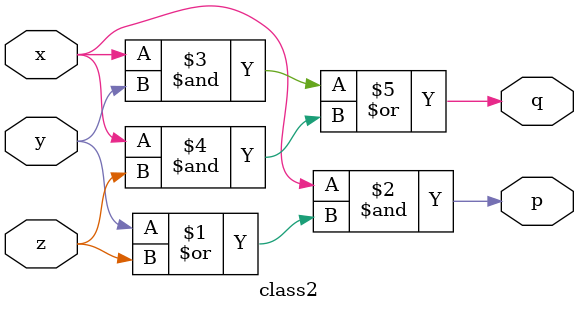
<source format=v>
module class2(x,y,z,p,q);
	input x,y,z;
	output p,q;
	assign p = x&(y|z);
	assign q = (x&y)|(x&z);
endmodule


</source>
